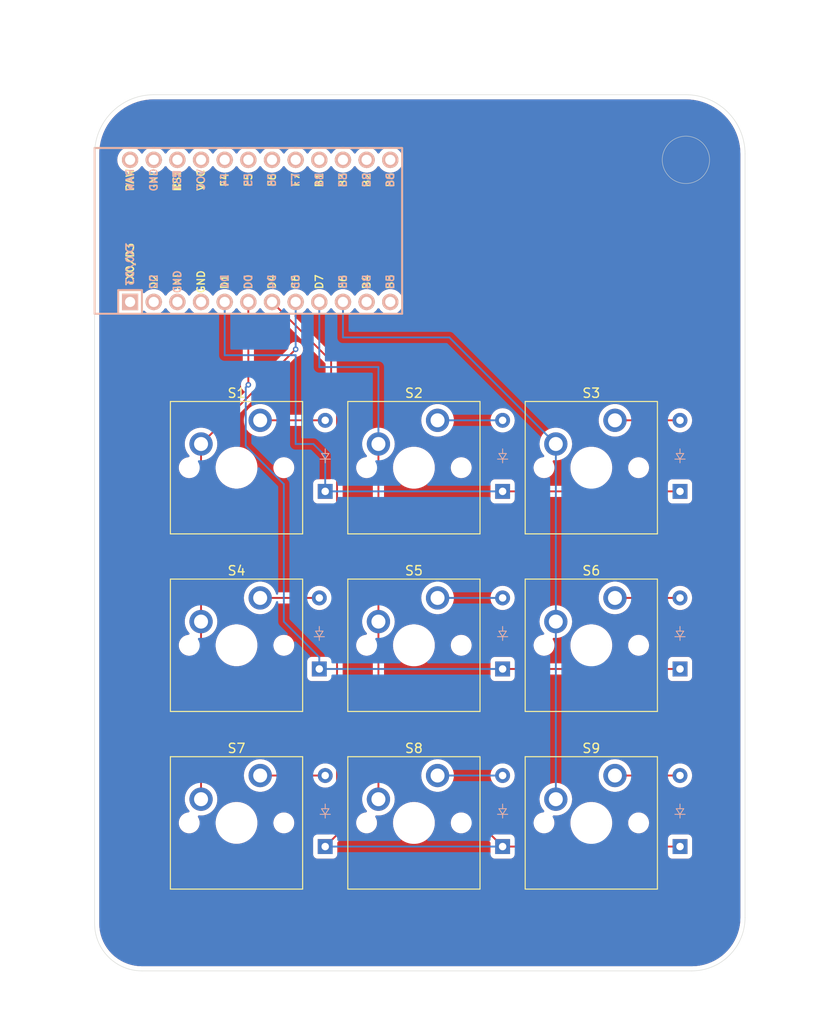
<source format=kicad_pcb>
(kicad_pcb (version 20240108) (generator "pcbnew") (generator_version "8.0")
  (layers (0 "F.Cu" signal) (31 "B.Cu" signal) (34 "B.Paste" user) (35 "F.Paste" user) (36 "B.SilkS" user "B.Silkscreen") (37 "F.SilkS" user "F.Silkscreen") (38 "B.Mask" user) (39 "F.Mask" user) (44 "Edge.Cuts" user))
  (net 0 "")
  (net 1 "Net-(D1-A)")
  (net 2 "Row 1")
  (net 3 "Net-(D2-A)")
  (net 4 "Net-(D3-A)")
  (net 5 "Row 2")
  (net 6 "Net-(D4-A)")
  (net 7 "Net-(D5-A)")
  (net 8 "Net-(D6-A)")
  (net 9 "Row 3")
  (net 10 "Net-(D7-A)")
  (net 11 "Net-(D8-A)")
  (net 12 "Net-(D9-A)")
  (net 13 "Col 1")
  (net 14 "Col 2")
  (net 15 "Col 3")
  (footprint "ScottoKeebs_MCU:Arduino_Pro_Micro" (layer "F.Cu") (at 119.0625 47.3075 90)
    (property "Reference" "U1" (hide yes))
    (property "Value" "Arduino_Pro_Micro" (hide yes))
    (fp_line (start 8.89 -17.78) (end -8.89 -17.78) (stroke (width 0.2)) (layer "B.SilkS"))
    (fp_line (start -8.89 -17.78) (end -8.89 15.24) (stroke (width 0.2)) (layer "B.SilkS"))
    (fp_line (start -6.35 -15.24) (end -8.89 -15.24) (stroke (width 0.2)) (layer "B.SilkS"))
    (fp_line (start -6.35 -15.24) (end -6.35 -12.7) (stroke (width 0.2)) (layer "B.SilkS"))
    (fp_line (start -6.35 -12.7) (end -8.89 -12.7) (stroke (width 0.2)) (layer "B.SilkS"))
    (fp_line (start 8.89 15.24) (end 8.89 -17.78) (stroke (width 0.2)) (layer "B.SilkS"))
    (fp_line (start -8.89 15.24) (end 8.89 15.24) (stroke (width 0.2)) (layer "B.SilkS"))
    (fp_poly (pts (xy 6.244635 -9.35097) (xy 6.244635 -8.55097) (xy 6.344635 -8.55097) (xy 6.344635 -9.35097)) (stroke (width 0.15)) (fill solid) (layer "B.SilkS"))
    (fp_poly (pts (xy 5.844635 -9.35097) (xy 5.844635 -9.25097) (xy 6.344635 -9.25097) (xy 6.344635 -9.35097)) (stroke (width 0.15)) (fill solid) (layer "B.SilkS"))
    (fp_poly (pts (xy 5.844635 -9.35097) (xy 5.844635 -9.05097) (xy 5.944635 -9.05097) (xy 5.944635 -9.35097)) (stroke (width 0.15)) (fill solid) (layer "B.SilkS"))
    (fp_poly (pts (xy 6.044635 -8.95097) (xy 6.044635 -8.85097) (xy 6.144635 -8.85097) (xy 6.144635 -8.95097)) (stroke (width 0.15)) (fill solid) (layer "B.SilkS"))
    (fp_poly (pts (xy 5.844635 -8.75097) (xy 5.844635 -8.55097) (xy 5.944635 -8.55097) (xy 5.944635 -8.75097)) (stroke (width 0.15)) (fill solid) (layer "B.SilkS"))
    (fp_line (start 8.89 -17.78) (end -8.89 -17.78) (stroke (width 0.2)) (layer "F.SilkS"))
    (fp_line (start -8.89 -17.78) (end -8.89 15.24) (stroke (width 0.2)) (layer "F.SilkS"))
    (fp_line (start -6.35 -15.24) (end -8.89 -15.24) (stroke (width 0.2)) (layer "F.SilkS"))
    (fp_line (start -6.35 -15.24) (end -6.35 -12.7) (stroke (width 0.2)) (layer "F.SilkS"))
    (fp_line (start -6.35 -12.7) (end -8.89 -12.7) (stroke (width 0.2)) (layer "F.SilkS"))
    (fp_line (start 8.89 15.24) (end 8.89 -17.78) (stroke (width 0.2)) (layer "F.SilkS"))
    (fp_line (start -8.89 15.24) (end 8.89 15.24) (stroke (width 0.2)) (layer "F.SilkS"))
    (fp_poly (pts (xy 4.931568 -9.36064) (xy 4.931568 -9.26064) (xy 4.431568 -9.26064) (xy 4.431568 -9.36064)) (stroke (width 0.15)) (fill solid) (layer "F.SilkS"))
    (fp_poly (pts (xy 4.931568 -9.36064) (xy 4.931568 -9.06064) (xy 4.831568 -9.06064) (xy 4.831568 -9.36064)) (stroke (width 0.15)) (fill solid) (layer "F.SilkS"))
    (fp_poly (pts (xy 4.531568 -9.36064) (xy 4.531568 -8.56064) (xy 4.431568 -8.56064) (xy 4.431568 -9.36064)) (stroke (width 0.15)) (fill solid) (layer "F.SilkS"))
    (fp_poly (pts (xy 4.731568 -8.96064) (xy 4.731568 -8.86064) (xy 4.631568 -8.86064) (xy 4.631568 -8.96064)) (stroke (width 0.15)) (fill solid) (layer "F.SilkS"))
    (fp_poly (pts (xy 4.931568 -8.76064) (xy 4.931568 -8.56064) (xy 4.831568 -8.56064) (xy 4.831568 -8.76064)) (stroke (width 0.15)) (fill solid) (layer "F.SilkS"))
    (fp_text user "D2" (at -5.461 -11.43 90) (layer "B.SilkS") (effects (font (size 0.8 0.8)) (justify mirror)))
    (fp_text user "F7" (at 5.461 3.81 90) (layer "B.SilkS") (effects (font (size 0.8 0.8)) (justify mirror)))
    (fp_text user "D0" (at -5.461 -1.27 90) (layer "B.SilkS") (effects (font (size 0.8 0.8)) (justify mirror)))
    (fp_text user "D1" (at -5.461 -3.81 90) (layer "B.SilkS") (effects (font (size 0.8 0.8)) (justify mirror)))
    (fp_text user "RAW" (at 5.461 -13.97 90) (layer "B.SilkS") (effects (font (size 0.8 0.8)) (justify mirror)))
    (fp_text user "GND" (at 5.461 -11.43 90) (layer "B.SilkS") (effects (font (size 0.8 0.8)) (justify mirror)))
    (fp_text user "TX0/D3" (at -3.571872 -13.97 90) (layer "B.SilkS") (effects (font (size 0.8 0.8)) (justify mirror)))
    (fp_text user "F4" (at 5.461 -3.81 90) (layer "B.SilkS") (effects (font (size 0.8 0.8)) (justify mirror)))
    (fp_text user "B3" (at 5.461 8.89 90) (layer "B.SilkS") (effects (font (size 0.8 0.8)) (justify mirror)))
    (fp_text user "B2" (at 5.461 11.43 90) (layer "B.SilkS") (effects (font (size 0.8 0.8)) (justify mirror)))
    (fp_text user "GND" (at -5.461 -8.89 90) (layer "B.SilkS") (effects (font (size 0.8 0.8)) (justify mirror)))
    (fp_text user "B4" (at -5.461 11.43 90) (layer "B.SilkS") (effects (font (size 0.8 0.8)) (justify mirror)))
    (fp_text user "B1" (at 5.461 6.35 90) (layer "B.SilkS") (effects (font (size 0.8 0.8)) (justify mirror)))
    (fp_text user "B5" (at -5.461 13.97 90) (layer "B.SilkS") (effects (font (size 0.8 0.8)) (justify mirror)))
    (fp_text user "F5" (at 5.461 -1.27 90) (layer "B.SilkS") (effects (font (size 0.8 0.8)) (justify mirror)))
    (fp_text user "D4" (at -5.461 1.27 90) (layer "B.SilkS") (effects (font (size 0.8 0.8)) (justify mirror)))
    (fp_text user "C6" (at -5.461 3.81 90) (layer "B.SilkS") (effects (font (size 0.8 0.8)) (justify mirror)))
    (fp_text user "E6" (at -5.461 8.89 90) (layer "B.SilkS") (effects (font (size 0.8 0.8)) (justify mirror)))
    (fp_text user "ST" (at 5.04 -8.91 90) (layer "B.SilkS") (effects (font (size 0.8 0.8)) (justify mirror)))
    (fp_text user "VCC" (at 5.461 -6.35 90) (layer "B.SilkS") (effects (font (size 0.8 0.8)) (justify mirror)))
    (fp_text user "B6" (at 5.461 13.97 90) (layer "B.SilkS") (effects (font (size 0.8 0.8)) (justify mirror)))
    (fp_text user "F6" (at 5.461 1.27 90) (layer "B.SilkS") (effects (font (size 0.8 0.8)) (justify mirror)))
    (fp_text user "F4" (at 5.461 -3.81 90) (layer "F.SilkS") (effects (font (size 0.8 0.8))))
    (fp_text user "F5" (at 5.461 -1.27 90) (layer "F.SilkS") (effects (font (size 0.8 0.8))))
    (fp_text user "D7" (at -5.461 6.35 90) (layer "F.SilkS") (effects (font (size 0.8 0.8))))
    (fp_text user "F6" (at 5.461 1.27 90) (layer "F.SilkS") (effects (font (size 0.8 0.8))))
    (fp_text user "D1" (at -5.461 -3.81 90) (layer "F.SilkS") (effects (font (size 0.8 0.8))))
    (fp_text user "VCC" (at 5.461 -6.35 90) (layer "F.SilkS") (effects (font (size 0.8 0.8))))
    (fp_text user "B2" (at 5.461 11.43 90) (layer "F.SilkS") (effects (font (size 0.8 0.8))))
    (fp_text user "E6" (at -5.461 8.89 90) (layer "F.SilkS") (effects (font (size 0.8 0.8))))
    (fp_text user "B3" (at 5.461 8.89 90) (layer "F.SilkS") (effects (font (size 0.8 0.8))))
    (fp_text user "B1" (at 5.461 6.35 90) (layer "F.SilkS") (effects (font (size 0.8 0.8))))
    (fp_text user "ST" (at 5.73312 -8.92 90) (layer "F.SilkS") (effects (font (size 0.8 0.8))))
    (fp_text user "TX0/D3" (at -3.571872 -13.97 90) (layer "F.SilkS") (effects (font (size 0.8 0.8))))
    (fp_text user "GND" (at -5.461 -6.35 90) (layer "F.SilkS") (effects (font (size 0.8 0.8))))
    (fp_text user "GND" (at -5.461 -8.89 90) (layer "F.SilkS") (effects (font (size 0.8 0.8))))
    (fp_text user "D4" (at -5.461 1.27 90) (layer "F.SilkS") (effects (font (size 0.8 0.8))))
    (fp_text user "B6" (at 5.461 13.97 90) (layer "F.SilkS") (effects (font (size 0.8 0.8))))
    (fp_text user "D0" (at -5.461 -1.27 90) (layer "F.SilkS") (effects (font (size 0.8 0.8))))
    (fp_text user "B4" (at -5.461 11.43 90) (layer "F.SilkS") (effects (font (size 0.8 0.8))))
    (fp_text user "C6" (at -5.461 3.81 90) (layer "F.SilkS") (effects (font (size 0.8 0.8))))
    (fp_text user "B5" (at -5.461 13.97 90) (layer "F.SilkS") (effects (font (size 0.8 0.8))))
    (fp_text user "GND" (at 5.461 -11.43 90) (layer "F.SilkS") (effects (font (size 0.8 0.8))))
    (fp_text user "D2" (at -5.461 -11.43 90) (layer "F.SilkS") (effects (font (size 0.8 0.8))))
    (fp_text user "F7" (at 5.461 3.81 90) (layer "F.SilkS") (effects (font (size 0.8 0.8))))
    (fp_text user "RAW" (at 5.461 -13.97 90) (layer "F.SilkS") (effects (font (size 0.8 0.8))))
    (pad "1" thru_hole rect (at -7.62 -13.97) (size 1.7526 1.7526) (drill 1.0922) (layers "*.Cu" "*.SilkS" "*.Mask"))
    (pad "2" thru_hole circle (at -7.62 -11.43) (size 1.7526 1.7526) (drill 1.0922) (layers "*.Cu" "*.SilkS" "*.Mask"))
    (pad "3" thru_hole circle (at -7.62 -8.89) (size 1.7526 1.7526) (drill 1.0922) (layers "*.Cu" "*.SilkS" "*.Mask"))
    (pad "4" thru_hole circle (at -7.62 -6.35) (size 1.7526 1.7526) (drill 1.0922) (layers "*.Cu" "*.SilkS" "*.Mask"))
    (pad "5" thru_hole circle (at -7.62 -3.81) (size 1.7526 1.7526) (drill 1.0922) (layers "*.Cu" "*.SilkS" "*.Mask") (net 2 "Row 1"))
    (pad "6" thru_hole circle (at -7.62 -1.27) (size 1.7526 1.7526) (drill 1.0922) (layers "*.Cu" "*.SilkS" "*.Mask") (net 5 "Row 2"))
    (pad "7" thru_hole circle (at -7.62 1.27) (size 1.7526 1.7526) (drill 1.0922) (layers "*.Cu" "*.SilkS" "*.Mask") (net 9 "Row 3"))
    (pad "8" thru_hole circle (at -7.62 3.81) (size 1.7526 1.7526) (drill 1.0922) (layers "*.Cu" "*.SilkS" "*.Mask") (net 13 "Col 1"))
    (pad "9" thru_hole circle (at -7.62 6.35) (size 1.7526 1.7526) (drill 1.0922) (layers "*.Cu" "*.SilkS" "*.Mask") (net 14 "Col 2"))
    (pad "10" thru_hole circle (at -7.62 8.89) (size 1.7526 1.7526) (drill 1.0922) (layers "*.Cu" "*.SilkS" "*.Mask") (net 15 "Col 3"))
    (pad "11" thru_hole circle (at -7.62 11.43) (size 1.7526 1.7526) (drill 1.0922) (layers "*.Cu" "*.SilkS" "*.Mask"))
    (pad "12" thru_hole circle (at -7.62 13.97) (size 1.7526 1.7526) (drill 1.0922) (layers "*.Cu" "*.SilkS" "*.Mask"))
    (pad "13" thru_hole circle (at 7.62 13.97) (size 1.7526 1.7526) (drill 1.0922) (layers "*.Cu" "*.SilkS" "*.Mask"))
    (pad "14" thru_hole circle (at 7.62 11.43) (size 1.7526 1.7526) (drill 1.0922) (layers "*.Cu" "*.SilkS" "*.Mask"))
    (pad "15" thru_hole circle (at 7.62 8.89) (size 1.7526 1.7526) (drill 1.0922) (layers "*.Cu" "*.SilkS" "*.Mask"))
    (pad "16" thru_hole circle (at 7.62 6.35) (size 1.7526 1.7526) (drill 1.0922) (layers "*.Cu" "*.SilkS" "*.Mask"))
    (pad "17" thru_hole circle (at 7.62 3.81) (size 1.7526 1.7526) (drill 1.0922) (layers "*.Cu" "*.SilkS" "*.Mask"))
    (pad "18" thru_hole circle (at 7.62 1.27) (size 1.7526 1.7526) (drill 1.0922) (layers "*.Cu" "*.SilkS" "*.Mask"))
    (pad "19" thru_hole circle (at 7.62 -1.27) (size 1.7526 1.7526) (drill 1.0922) (layers "*.Cu" "*.SilkS" "*.Mask"))
    (pad "20" thru_hole circle (at 7.62 -3.81) (size 1.7526 1.7526) (drill 1.0922) (layers "*.Cu" "*.SilkS" "*.Mask"))
    (pad "21" thru_hole circle (at 7.62 -6.35) (size 1.7526 1.7526) (drill 1.0922) (layers "*.Cu" "*.SilkS" "*.Mask"))
    (pad "22" thru_hole circle (at 7.62 -8.89) (size 1.7526 1.7526) (drill 1.0922) (layers "*.Cu" "*.SilkS" "*.Mask"))
    (pad "23" thru_hole circle (at 7.62 -11.43) (size 1.7526 1.7526) (drill 1.0922) (layers "*.Cu" "*.SilkS" "*.Mask"))
    (pad "24" thru_hole circle (at 7.62 -13.97) (size 1.7526 1.7526) (drill 1.0922) (layers "*.Cu" "*.SilkS" "*.Mask"))
  )
  (footprint "ScottoKeebs_MX:MX_PCB_1.00u" (layer "F.Cu") (at 135.5725 91.7575)
    (property "Reference" "S5" (at 0 -8 0) (layer "F.SilkS"))
    (property "Value" "Keyswitch")
    (fp_line (start -7.1 -7.1) (end -7.1 7.1) (stroke (width 0.12)) (layer "F.SilkS"))
    (fp_line (start -7.1 7.1) (end 7.1 7.1) (stroke (width 0.12)) (layer "F.SilkS"))
    (fp_line (start 7.1 -7.1) (end -7.1 -7.1) (stroke (width 0.12)) (layer "F.SilkS"))
    (fp_line (start 7.1 7.1) (end 7.1 -7.1) (stroke (width 0.12)) (layer "F.SilkS"))
    (pad "" np_thru_hole circle (at -5.08 0) (size 1.75 1.75) (drill 1.75) (layers "*.Cu" "*.Mask"))
    (pad "" np_thru_hole circle (at 0 0) (size 4 4) (drill 4) (layers "*.Cu" "*.Mask"))
    (pad "" np_thru_hole circle (at 5.08 0) (size 1.75 1.75) (drill 1.75) (layers "*.Cu" "*.Mask"))
    (pad "1" thru_hole circle (at -3.81 -2.54) (size 2.5 2.5) (drill 1.5) (layers "*.Cu" "*.Mask") (net 14 "Col 2"))
    (pad "2" thru_hole circle (at 2.54 -5.08) (size 2.5 2.5) (drill 1.5) (layers "*.Cu" "*.Mask") (net 7 "Net-(D5-A)"))
  )
  (footprint "ScottoKeebs_MX:MX_PCB_1.00u" (layer "F.Cu") (at 154.6225 110.8075)
    (property "Reference" "S9" (at 0 -8 0) (layer "F.SilkS"))
    (property "Value" "Keyswitch")
    (fp_line (start -7.1 -7.1) (end -7.1 7.1) (stroke (width 0.12)) (layer "F.SilkS"))
    (fp_line (start -7.1 7.1) (end 7.1 7.1) (stroke (width 0.12)) (layer "F.SilkS"))
    (fp_line (start 7.1 -7.1) (end -7.1 -7.1) (stroke (width 0.12)) (layer "F.SilkS"))
    (fp_line (start 7.1 7.1) (end 7.1 -7.1) (stroke (width 0.12)) (layer "F.SilkS"))
    (pad "" np_thru_hole circle (at -5.08 0) (size 1.75 1.75) (drill 1.75) (layers "*.Cu" "*.Mask"))
    (pad "" np_thru_hole circle (at 0 0) (size 4 4) (drill 4) (layers "*.Cu" "*.Mask"))
    (pad "" np_thru_hole circle (at 5.08 0) (size 1.75 1.75) (drill 1.75) (layers "*.Cu" "*.Mask"))
    (pad "1" thru_hole circle (at -3.81 -2.54) (size 2.5 2.5) (drill 1.5) (layers "*.Cu" "*.Mask") (net 15 "Col 3"))
    (pad "2" thru_hole circle (at 2.54 -5.08) (size 2.5 2.5) (drill 1.5) (layers "*.Cu" "*.Mask") (net 12 "Net-(D9-A)"))
  )
  (footprint "ScottoKeebs_MX:MX_PCB_1.00u" (layer "F.Cu") (at 116.5225 110.8075)
    (property "Reference" "S7" (at 0 -8 0) (layer "F.SilkS"))
    (property "Value" "Keyswitch")
    (fp_line (start -7.1 -7.1) (end -7.1 7.1) (stroke (width 0.12)) (layer "F.SilkS"))
    (fp_line (start -7.1 7.1) (end 7.1 7.1) (stroke (width 0.12)) (layer "F.SilkS"))
    (fp_line (start 7.1 -7.1) (end -7.1 -7.1) (stroke (width 0.12)) (layer "F.SilkS"))
    (fp_line (start 7.1 7.1) (end 7.1 -7.1) (stroke (width 0.12)) (layer "F.SilkS"))
    (pad "" np_thru_hole circle (at -5.08 0) (size 1.75 1.75) (drill 1.75) (layers "*.Cu" "*.Mask"))
    (pad "" np_thru_hole circle (at 0 0) (size 4 4) (drill 4) (layers "*.Cu" "*.Mask"))
    (pad "" np_thru_hole circle (at 5.08 0) (size 1.75 1.75) (drill 1.75) (layers "*.Cu" "*.Mask"))
    (pad "1" thru_hole circle (at -3.81 -2.54) (size 2.5 2.5) (drill 1.5) (layers "*.Cu" "*.Mask") (net 13 "Col 1"))
    (pad "2" thru_hole circle (at 2.54 -5.08) (size 2.5 2.5) (drill 1.5) (layers "*.Cu" "*.Mask") (net 10 "Net-(D7-A)"))
  )
  (footprint "ScottoKeebs_MX:MX_PCB_1.00u" (layer "F.Cu") (at 135.5725 72.7075)
    (property "Reference" "S2" (at 0 -8 0) (layer "F.SilkS"))
    (property "Value" "Keyswitch")
    (fp_line (start -7.1 -7.1) (end -7.1 7.1) (stroke (width 0.12)) (layer "F.SilkS"))
    (fp_line (start -7.1 7.1) (end 7.1 7.1) (stroke (width 0.12)) (layer "F.SilkS"))
    (fp_line (start 7.1 -7.1) (end -7.1 -7.1) (stroke (width 0.12)) (layer "F.SilkS"))
    (fp_line (start 7.1 7.1) (end 7.1 -7.1) (stroke (width 0.12)) (layer "F.SilkS"))
    (pad "" np_thru_hole circle (at -5.08 0) (size 1.75 1.75) (drill 1.75) (layers "*.Cu" "*.Mask"))
    (pad "" np_thru_hole circle (at 0 0) (size 4 4) (drill 4) (layers "*.Cu" "*.Mask"))
    (pad "" np_thru_hole circle (at 5.08 0) (size 1.75 1.75) (drill 1.75) (layers "*.Cu" "*.Mask"))
    (pad "1" thru_hole circle (at -3.81 -2.54) (size 2.5 2.5) (drill 1.5) (layers "*.Cu" "*.Mask") (net 14 "Col 2"))
    (pad "2" thru_hole circle (at 2.54 -5.08) (size 2.5 2.5) (drill 1.5) (layers "*.Cu" "*.Mask") (net 3 "Net-(D2-A)"))
  )
  (footprint "ScottoKeebs_MX:MX_PCB_1.00u" (layer "F.Cu") (at 116.5225 72.7075)
    (property "Reference" "S1" (at 0 -8 0) (layer "F.SilkS"))
    (property "Value" "Keyswitch")
    (fp_line (start -7.1 -7.1) (end -7.1 7.1) (stroke (width 0.12)) (layer "F.SilkS"))
    (fp_line (start -7.1 7.1) (end 7.1 7.1) (stroke (width 0.12)) (layer "F.SilkS"))
    (fp_line (start 7.1 -7.1) (end -7.1 -7.1) (stroke (width 0.12)) (layer "F.SilkS"))
    (fp_line (start 7.1 7.1) (end 7.1 -7.1) (stroke (width 0.12)) (layer "F.SilkS"))
    (pad "" np_thru_hole circle (at -5.08 0) (size 1.75 1.75) (drill 1.75) (layers "*.Cu" "*.Mask"))
    (pad "" np_thru_hole circle (at 0 0) (size 4 4) (drill 4) (layers "*.Cu" "*.Mask"))
    (pad "" np_thru_hole circle (at 5.08 0) (size 1.75 1.75) (drill 1.75) (layers "*.Cu" "*.Mask"))
    (pad "1" thru_hole circle (at -3.81 -2.54) (size 2.5 2.5) (drill 1.5) (layers "*.Cu" "*.Mask") (net 13 "Col 1"))
    (pad "2" thru_hole circle (at 2.54 -5.08) (size 2.5 2.5) (drill 1.5) (layers "*.Cu" "*.Mask") (net 1 "Net-(D1-A)"))
  )
  (footprint "ScottoKeebs_MX:MX_PCB_1.00u" (layer "F.Cu") (at 154.6225 72.7075)
    (property "Reference" "S3" (at 0 -8 0) (layer "F.SilkS"))
    (property "Value" "Keyswitch")
    (fp_line (start -7.1 -7.1) (end -7.1 7.1) (stroke (width 0.12)) (layer "F.SilkS"))
    (fp_line (start -7.1 7.1) (end 7.1 7.1) (stroke (width 0.12)) (layer "F.SilkS"))
    (fp_line (start 7.1 -7.1) (end -7.1 -7.1) (stroke (width 0.12)) (layer "F.SilkS"))
    (fp_line (start 7.1 7.1) (end 7.1 -7.1) (stroke (width 0.12)) (layer "F.SilkS"))
    (pad "" np_thru_hole circle (at -5.08 0) (size 1.75 1.75) (drill 1.75) (layers "*.Cu" "*.Mask"))
    (pad "" np_thru_hole circle (at 0 0) (size 4 4) (drill 4) (layers "*.Cu" "*.Mask"))
    (pad "" np_thru_hole circle (at 5.08 0) (size 1.75 1.75) (drill 1.75) (layers "*.Cu" "*.Mask"))
    (pad "1" thru_hole circle (at -3.81 -2.54) (size 2.5 2.5) (drill 1.5) (layers "*.Cu" "*.Mask") (net 15 "Col 3"))
    (pad "2" thru_hole circle (at 2.54 -5.08) (size 2.5 2.5) (drill 1.5) (layers "*.Cu" "*.Mask") (net 4 "Net-(D3-A)"))
  )
  (footprint "ScottoKeebs_MX:MX_PCB_1.00u" (layer "F.Cu") (at 116.5225 91.7575)
    (property "Reference" "S4" (at 0 -8 0) (layer "F.SilkS"))
    (property "Value" "Keyswitch")
    (fp_line (start -7.1 -7.1) (end -7.1 7.1) (stroke (width 0.12)) (layer "F.SilkS"))
    (fp_line (start -7.1 7.1) (end 7.1 7.1) (stroke (width 0.12)) (layer "F.SilkS"))
    (fp_line (start 7.1 -7.1) (end -7.1 -7.1) (stroke (width 0.12)) (layer "F.SilkS"))
    (fp_line (start 7.1 7.1) (end 7.1 -7.1) (stroke (width 0.12)) (layer "F.SilkS"))
    (pad "" np_thru_hole circle (at -5.08 0) (size 1.75 1.75) (drill 1.75) (layers "*.Cu" "*.Mask"))
    (pad "" np_thru_hole circle (at 0 0) (size 4 4) (drill 4) (layers "*.Cu" "*.Mask"))
    (pad "" np_thru_hole circle (at 5.08 0) (size 1.75 1.75) (drill 1.75) (layers "*.Cu" "*.Mask"))
    (pad "1" thru_hole circle (at -3.81 -2.54) (size 2.5 2.5) (drill 1.5) (layers "*.Cu" "*.Mask") (net 13 "Col 1"))
    (pad "2" thru_hole circle (at 2.54 -5.08) (size 2.5 2.5) (drill 1.5) (layers "*.Cu" "*.Mask") (net 6 "Net-(D4-A)"))
  )
  (footprint "ScottoKeebs_MX:MX_PCB_1.00u" (layer "F.Cu") (at 154.6225 91.7575)
    (property "Reference" "S6" (at 0 -8 0) (layer "F.SilkS"))
    (property "Value" "Keyswitch")
    (fp_line (start -7.1 -7.1) (end -7.1 7.1) (stroke (width 0.12)) (layer "F.SilkS"))
    (fp_line (start -7.1 7.1) (end 7.1 7.1) (stroke (width 0.12)) (layer "F.SilkS"))
    (fp_line (start 7.1 -7.1) (end -7.1 -7.1) (stroke (width 0.12)) (layer "F.SilkS"))
    (fp_line (start 7.1 7.1) (end 7.1 -7.1) (stroke (width 0.12)) (layer "F.SilkS"))
    (pad "" np_thru_hole circle (at -5.08 0) (size 1.75 1.75) (drill 1.75) (layers "*.Cu" "*.Mask"))
    (pad "" np_thru_hole circle (at 0 0) (size 4 4) (drill 4) (layers "*.Cu" "*.Mask"))
    (pad "" np_thru_hole circle (at 5.08 0) (size 1.75 1.75) (drill 1.75) (layers "*.Cu" "*.Mask"))
    (pad "1" thru_hole circle (at -3.81 -2.54) (size 2.5 2.5) (drill 1.5) (layers "*.Cu" "*.Mask") (net 15 "Col 3"))
    (pad "2" thru_hole circle (at 2.54 -5.08) (size 2.5 2.5) (drill 1.5) (layers "*.Cu" "*.Mask") (net 8 "Net-(D6-A)"))
  )
  (footprint "ScottoKeebs_MX:MX_PCB_1.00u" (layer "F.Cu") (at 135.5725 110.8075)
    (property "Reference" "S8" (at 0 -8 0) (layer "F.SilkS"))
    (property "Value" "Keyswitch")
    (fp_line (start -7.1 -7.1) (end -7.1 7.1) (stroke (width 0.12)) (layer "F.SilkS"))
    (fp_line (start -7.1 7.1) (end 7.1 7.1) (stroke (width 0.12)) (layer "F.SilkS"))
    (fp_line (start 7.1 -7.1) (end -7.1 -7.1) (stroke (width 0.12)) (layer "F.SilkS"))
    (fp_line (start 7.1 7.1) (end 7.1 -7.1) (stroke (width 0.12)) (layer "F.SilkS"))
    (pad "" np_thru_hole circle (at -5.08 0) (size 1.75 1.75) (drill 1.75) (layers "*.Cu" "*.Mask"))
    (pad "" np_thru_hole circle (at 0 0) (size 4 4) (drill 4) (layers "*.Cu" "*.Mask"))
    (pad "" np_thru_hole circle (at 5.08 0) (size 1.75 1.75) (drill 1.75) (layers "*.Cu" "*.Mask"))
    (pad "1" thru_hole circle (at -3.81 -2.54) (size 2.5 2.5) (drill 1.5) (layers "*.Cu" "*.Mask") (net 14 "Col 2"))
    (pad "2" thru_hole circle (at 2.54 -5.08) (size 2.5 2.5) (drill 1.5) (layers "*.Cu" "*.Mask") (net 11 "Net-(D8-A)"))
  )
  (footprint "ScottoKeebs_Components:Diode_DO-35" (layer "B.Cu") (at 125.4125 94.2975 90)
    (property "Reference" "D4" (hide yes))
    (property "Value" "Diode" (hide yes))
    (fp_line (start 3.46 -0.55) (end 3.46 0.55) (stroke (width 0.1)) (layer "B.SilkS"))
    (fp_line (start 4.06 -0.4) (end 4.06 0.4) (stroke (width 0.1)) (layer "B.SilkS"))
    (fp_line (start 4.56 0) (end 4.06 0) (stroke (width 0.1)) (layer "B.SilkS"))
    (fp_line (start 3.46 0) (end 4.06 -0.4) (stroke (width 0.1)) (layer "B.SilkS"))
    (fp_line (start 3.46 0) (end 3.06 0) (stroke (width 0.1)) (layer "B.SilkS"))
    (fp_line (start 4.06 0.4) (end 3.46 0) (stroke (width 0.1)) (layer "B.SilkS"))
    (pad "1" thru_hole rect (at 0 0 90) (size 1.6 1.6) (drill 0.8) (layers "*.Cu" "*.Mask") (net 5 "Row 2"))
    (pad "2" thru_hole oval (at 7.62 0 90) (size 1.6 1.6) (drill 0.8) (layers "*.Cu" "*.Mask") (net 6 "Net-(D4-A)"))
  )
  (footprint "ScottoKeebs_Components:Diode_DO-35" (layer "B.Cu") (at 145.0975 94.2975 90)
    (property "Reference" "D5" (hide yes))
    (property "Value" "Diode" (hide yes))
    (fp_line (start 3.46 -0.55) (end 3.46 0.55) (stroke (width 0.1)) (layer "B.SilkS"))
    (fp_line (start 4.06 -0.4) (end 4.06 0.4) (stroke (width 0.1)) (layer "B.SilkS"))
    (fp_line (start 4.56 0) (end 4.06 0) (stroke (width 0.1)) (layer "B.SilkS"))
    (fp_line (start 3.46 0) (end 4.06 -0.4) (stroke (width 0.1)) (layer "B.SilkS"))
    (fp_line (start 3.46 0) (end 3.06 0) (stroke (width 0.1)) (layer "B.SilkS"))
    (fp_line (start 4.06 0.4) (end 3.46 0) (stroke (width 0.1)) (layer "B.SilkS"))
    (pad "1" thru_hole rect (at 0 0 90) (size 1.6 1.6) (drill 0.8) (layers "*.Cu" "*.Mask") (net 5 "Row 2"))
    (pad "2" thru_hole oval (at 7.62 0 90) (size 1.6 1.6) (drill 0.8) (layers "*.Cu" "*.Mask") (net 7 "Net-(D5-A)"))
  )
  (footprint "ScottoKeebs_Components:Diode_DO-35" (layer "B.Cu") (at 164.1475 113.3475 90)
    (property "Reference" "D9" (hide yes))
    (property "Value" "Diode" (hide yes))
    (fp_line (start 3.46 -0.55) (end 3.46 0.55) (stroke (width 0.1)) (layer "B.SilkS"))
    (fp_line (start 4.06 -0.4) (end 4.06 0.4) (stroke (width 0.1)) (layer "B.SilkS"))
    (fp_line (start 4.56 0) (end 4.06 0) (stroke (width 0.1)) (layer "B.SilkS"))
    (fp_line (start 3.46 0) (end 4.06 -0.4) (stroke (width 0.1)) (layer "B.SilkS"))
    (fp_line (start 3.46 0) (end 3.06 0) (stroke (width 0.1)) (layer "B.SilkS"))
    (fp_line (start 4.06 0.4) (end 3.46 0) (stroke (width 0.1)) (layer "B.SilkS"))
    (pad "1" thru_hole rect (at 0 0 90) (size 1.6 1.6) (drill 0.8) (layers "*.Cu" "*.Mask") (net 9 "Row 3"))
    (pad "2" thru_hole oval (at 7.62 0 90) (size 1.6 1.6) (drill 0.8) (layers "*.Cu" "*.Mask") (net 12 "Net-(D9-A)"))
  )
  (footprint "ScottoKeebs_Components:Diode_DO-35" (layer "B.Cu") (at 126.0475 75.2475 90)
    (property "Reference" "D1" (hide yes))
    (property "Value" "Diode" (hide yes))
    (fp_line (start 3.46 -0.55) (end 3.46 0.55) (stroke (width 0.1)) (layer "B.SilkS"))
    (fp_line (start 4.06 -0.4) (end 4.06 0.4) (stroke (width 0.1)) (layer "B.SilkS"))
    (fp_line (start 4.56 0) (end 4.06 0) (stroke (width 0.1)) (layer "B.SilkS"))
    (fp_line (start 3.46 0) (end 4.06 -0.4) (stroke (width 0.1)) (layer "B.SilkS"))
    (fp_line (start 3.46 0) (end 3.06 0) (stroke (width 0.1)) (layer "B.SilkS"))
    (fp_line (start 4.06 0.4) (end 3.46 0) (stroke (width 0.1)) (layer "B.SilkS"))
    (pad "1" thru_hole rect (at 0 0 90) (size 1.6 1.6) (drill 0.8) (layers "*.Cu" "*.Mask") (net 2 "Row 1"))
    (pad "2" thru_hole oval (at 7.62 0 90) (size 1.6 1.6) (drill 0.8) (layers "*.Cu" "*.Mask") (net 1 "Net-(D1-A)"))
  )
  (footprint "ScottoKeebs_Components:Diode_DO-35" (layer "B.Cu") (at 164.1475 94.2975 90)
    (property "Reference" "D6" (hide yes))
    (property "Value" "Diode" (hide yes))
    (fp_line (start 3.46 -0.55) (end 3.46 0.55) (stroke (width 0.1)) (layer "B.SilkS"))
    (fp_line (start 4.06 -0.4) (end 4.06 0.4) (stroke (width 0.1)) (layer "B.SilkS"))
    (fp_line (start 4.56 0) (end 4.06 0) (stroke (width 0.1)) (layer "B.SilkS"))
    (fp_line (start 3.46 0) (end 4.06 -0.4) (stroke (width 0.1)) (layer "B.SilkS"))
    (fp_line (start 3.46 0) (end 3.06 0) (stroke (width 0.1)) (layer "B.SilkS"))
    (fp_line (start 4.06 0.4) (end 3.46 0) (stroke (width 0.1)) (layer "B.SilkS"))
    (pad "1" thru_hole rect (at 0 0 90) (size 1.6 1.6) (drill 0.8) (layers "*.Cu" "*.Mask") (net 5 "Row 2"))
    (pad "2" thru_hole oval (at 7.62 0 90) (size 1.6 1.6) (drill 0.8) (layers "*.Cu" "*.Mask") (net 8 "Net-(D6-A)"))
  )
  (footprint "ScottoKeebs_Components:Diode_DO-35" (layer "B.Cu") (at 126.0475 113.3475 90)
    (property "Reference" "D7" (hide yes))
    (property "Value" "Diode" (hide yes))
    (fp_line (start 3.46 -0.55) (end 3.46 0.55) (stroke (width 0.1)) (layer "B.SilkS"))
    (fp_line (start 4.06 -0.4) (end 4.06 0.4) (stroke (width 0.1)) (layer "B.SilkS"))
    (fp_line (start 4.56 0) (end 4.06 0) (stroke (width 0.1)) (layer "B.SilkS"))
    (fp_line (start 3.46 0) (end 4.06 -0.4) (stroke (width 0.1)) (layer "B.SilkS"))
    (fp_line (start 3.46 0) (end 3.06 0) (stroke (width 0.1)) (layer "B.SilkS"))
    (fp_line (start 4.06 0.4) (end 3.46 0) (stroke (width 0.1)) (layer "B.SilkS"))
    (pad "1" thru_hole rect (at 0 0 90) (size 1.6 1.6) (drill 0.8) (layers "*.Cu" "*.Mask") (net 9 "Row 3"))
    (pad "2" thru_hole oval (at 7.62 0 90) (size 1.6 1.6) (drill 0.8) (layers "*.Cu" "*.Mask") (net 10 "Net-(D7-A)"))
  )
  (footprint "ScottoKeebs_Components:Diode_DO-35" (layer "B.Cu") (at 145.0975 113.3475 90)
    (property "Reference" "D8" (hide yes))
    (property "Value" "Diode" (hide yes))
    (fp_line (start 3.46 -0.55) (end 3.46 0.55) (stroke (width 0.1)) (layer "B.SilkS"))
    (fp_line (start 4.06 -0.4) (end 4.06 0.4) (stroke (width 0.1)) (layer "B.SilkS"))
    (fp_line (start 4.56 0) (end 4.06 0) (stroke (width 0.1)) (layer "B.SilkS"))
    (fp_line (start 3.46 0) (end 4.06 -0.4) (stroke (width 0.1)) (layer "B.SilkS"))
    (fp_line (start 3.46 0) (end 3.06 0) (stroke (width 0.1)) (layer "B.SilkS"))
    (fp_line (start 4.06 0.4) (end 3.46 0) (stroke (width 0.1)) (layer "B.SilkS"))
    (pad "1" thru_hole rect (at 0 0 90) (size 1.6 1.6) (drill 0.8) (layers "*.Cu" "*.Mask") (net 9 "Row 3"))
    (pad "2" thru_hole oval (at 7.62 0 90) (size 1.6 1.6) (drill 0.8) (layers "*.Cu" "*.Mask") (net 11 "Net-(D8-A)"))
  )
  (footprint "ScottoKeebs_Components:Diode_DO-35" (layer "B.Cu") (at 145.0975 75.2475 90)
    (property "Reference" "D2" (hide yes))
    (property "Value" "Diode" (hide yes))
    (fp_line (start 3.46 -0.55) (end 3.46 0.55) (stroke (width 0.1)) (layer "B.SilkS"))
    (fp_line (start 4.06 -0.4) (end 4.06 0.4) (stroke (width 0.1)) (layer "B.SilkS"))
    (fp_line (start 4.56 0) (end 4.06 0) (stroke (width 0.1)) (layer "B.SilkS"))
    (fp_line (start 3.46 0) (end 4.06 -0.4) (stroke (width 0.1)) (layer "B.SilkS"))
    (fp_line (start 3.46 0) (end 3.06 0) (stroke (width 0.1)) (layer "B.SilkS"))
    (fp_line (start 4.06 0.4) (end 3.46 0) (stroke (width 0.1)) (layer "B.SilkS"))
    (pad "1" thru_hole rect (at 0 0 90) (size 1.6 1.6) (drill 0.8) (layers "*.Cu" "*.Mask") (net 2 "Row 1"))
    (pad "2" thru_hole oval (at 7.62 0 90) (size 1.6 1.6) (drill 0.8) (layers "*.Cu" "*.Mask") (net 3 "Net-(D2-A)"))
  )
  (footprint "ScottoKeebs_Components:Diode_DO-35" (layer "B.Cu") (at 164.1475 75.2475 90)
    (property "Reference" "D3" (hide yes))
    (property "Value" "Diode" (hide yes))
    (fp_line (start 3.46 -0.55) (end 3.46 0.55) (stroke (width 0.1)) (layer "B.SilkS"))
    (fp_line (start 4.06 -0.4) (end 4.06 0.4) (stroke (width 0.1)) (layer "B.SilkS"))
    (fp_line (start 4.56 0) (end 4.06 0) (stroke (width 0.1)) (layer "B.SilkS"))
    (fp_line (start 3.46 0) (end 4.06 -0.4) (stroke (width 0.1)) (layer "B.SilkS"))
    (fp_line (start 3.46 0) (end 3.06 0) (stroke (width 0.1)) (layer "B.SilkS"))
    (fp_line (start 4.06 0.4) (end 3.46 0) (stroke (width 0.1)) (layer "B.SilkS"))
    (pad "1" thru_hole rect (at 0 0 90) (size 1.6 1.6) (drill 0.8) (layers "*.Cu" "*.Mask") (net 2 "Row 1"))
    (pad "2" thru_hole oval (at 7.62 0 90) (size 1.6 1.6) (drill 0.8) (layers "*.Cu" "*.Mask") (net 4 "Net-(D3-A)"))
  )
  (gr_circle (center 164.7825 39.6875) (end 164.7825 37.1475) (stroke (width 0.05)) (fill none) (layer "Edge.Cuts"))
  (gr_arc (start 171.1325 120.9675) (mid 169.458615 125.008615) (end 165.4175 126.6825) (stroke (width 0.05)) (layer "Edge.Cuts"))
  (gr_line (start 171.1325 120.9675) (end 171.1325 39.0525) (stroke (width 0.05)) (layer "Edge.Cuts"))
  (gr_line (start 106.3625 126.6825) (end 165.4175 126.6825) (stroke (width 0.05)) (layer "Edge.Cuts"))
  (gr_line (start 164.7825 32.7025) (end 107.6325 32.7025) (stroke (width 0.05)) (layer "Edge.Cuts"))
  (gr_arc (start 164.7825 32.7025) (mid 169.272628 34.562372) (end 171.1325 39.0525) (stroke (width 0.05)) (layer "Edge.Cuts"))
  (gr_line (start 101.2825 39.0525) (end 101.2825 121.6025) (stroke (width 0.05)) (layer "Edge.Cuts"))
  (gr_arc (start 106.3625 126.6825) (mid 102.770398 125.194602) (end 101.2825 121.6025) (stroke (width 0.05)) (layer "Edge.Cuts"))
  (gr_arc (start 101.2825 39.0525) (mid 103.142372 34.562372) (end 107.6325 32.7025) (stroke (width 0.05)) (layer "Edge.Cuts"))
  (segment (start 119.0625 67.6275) (end 126.0475 67.6275) (width 0.2) (layer "F.Cu") (net 1))
  (segment (start 164.1475 75.2475) (end 145.0975 75.2475) (width 0.2) (layer "F.Cu") (net 2))
  (segment (start 122.8725 60.6425) (end 115.2525 60.6425) (width 0.2) (layer "B.Cu") (net 2))
  (segment (start 126.0475 71.4375) (end 124.7775 70.1675) (width 0.2) (layer "B.Cu") (net 2))
  (segment (start 126.0475 75.2475) (end 126.0475 71.4375) (width 0.2) (layer "B.Cu") (net 2))
  (segment (start 124.7775 70.1675) (end 122.8725 70.1675) (width 0.2) (layer "B.Cu") (net 2))
  (segment (start 122.8725 70.1675) (end 122.8725 60.6425) (width 0.2) (layer "B.Cu") (net 2))
  (segment (start 145.0975 75.2475) (end 126.0475 75.2475) (width 0.2) (layer "B.Cu") (net 2))
  (segment (start 115.2525 60.6425) (end 115.2525 54.9275) (width 0.2) (layer "B.Cu") (net 2))
  (segment (start 145.0975 67.6275) (end 138.1125 67.6275) (width 0.2) (layer "B.Cu") (net 3))
  (segment (start 157.1625 67.6275) (end 164.1475 67.6275) (width 0.2) (layer "F.Cu") (net 4))
  (segment (start 117.7925 63.8175) (end 117.7925 54.9275) (width 0.2) (layer "F.Cu") (net 5))
  (segment (start 164.1475 94.2975) (end 145.0975 94.2975) (width 0.2) (layer "F.Cu") (net 5))
  (via (at 117.7925 63.8175) (size 0.6) (drill 0.3) (layers "F.Cu" "B.Cu") (net 5))
  (segment (start 145.0975 94.2975) (end 125.4125 94.2975) (width 0.2) (layer "B.Cu") (net 5))
  (segment (start 117.5125 70.374098) (end 117.5125 64.0975) (width 0.2) (layer "B.Cu") (net 5))
  (segment (start 125.4125 94.2975) (end 125.4125 93.0275) (width 0.2) (layer "B.Cu") (net 5))
  (segment (start 121.6025 75.8825) (end 121.6025 74.464098) (width 0.2) (layer "B.Cu") (net 5))
  (segment (start 125.4125 93.0275) (end 121.6025 89.2175) (width 0.2) (layer "B.Cu") (net 5))
  (segment (start 121.6025 89.2175) (end 121.6025 75.8825) (width 0.2) (layer "B.Cu") (net 5))
  (segment (start 117.5125 64.0975) (end 117.7925 63.8175) (width 0.2) (layer "B.Cu") (net 5))
  (segment (start 121.6025 74.464098) (end 117.5125 70.374098) (width 0.2) (layer "B.Cu") (net 5))
  (segment (start 125.4125 86.6775) (end 119.0625 86.6775) (width 0.2) (layer "F.Cu") (net 6))
  (segment (start 145.0975 86.6775) (end 138.1125 86.6775) (width 0.2) (layer "B.Cu") (net 7))
  (segment (start 164.1475 86.6775) (end 157.1625 86.6775) (width 0.2) (layer "F.Cu") (net 8))
  (segment (start 126.6825 64.4525) (end 126.6825 61.2775) (width 0.2) (layer "F.Cu") (net 9))
  (segment (start 127.3175 65.0875) (end 126.6825 64.4525) (width 0.2) (layer "F.Cu") (net 9))
  (segment (start 141.8775 110.1275) (end 145.0975 113.3475) (width 0.2) (layer "F.Cu") (net 9))
  (segment (start 127.3175 112.0775) (end 127.3175 65.0875) (width 0.2) (layer "F.Cu") (net 9))
  (segment (start 164.1475 113.3475) (end 145.0975 113.3475) (width 0.2) (layer "F.Cu") (net 9))
  (segment (start 126.6825 61.2775) (end 120.3325 54.9275) (width 0.2) (layer "F.Cu") (net 9))
  (segment (start 126.0475 113.3475) (end 127.3175 112.0775) (width 0.2) (layer "F.Cu") (net 9))
  (segment (start 145.0975 113.3475) (end 126.0475 113.3475) (width 0.2) (layer "B.Cu") (net 9))
  (segment (start 126.0475 105.7275) (end 119.0625 105.7275) (width 0.2) (layer "F.Cu") (net 10))
  (segment (start 145.0975 105.7275) (end 138.1125 105.7275) (width 0.2) (layer "B.Cu") (net 11))
  (segment (start 164.1475 105.7275) (end 157.1625 105.7275) (width 0.2) (layer "F.Cu") (net 12))
  (segment (start 112.7125 70.1675) (end 112.7125 108.2675) (width 0.2) (layer "F.Cu") (net 13))
  (segment (start 112.7125 70.1675) (end 122.8725 60.0075) (width 0.2) (layer "F.Cu") (net 13))
  (via (at 122.8725 60.0075) (size 0.6) (drill 0.3) (layers "F.Cu" "B.Cu") (net 13))
  (segment (start 122.8725 60.0075) (end 122.8725 54.9275) (width 0.2) (layer "B.Cu") (net 13))
  (segment (start 131.7625 70.1675) (end 131.7625 108.2675) (width 0.2) (layer "F.Cu") (net 14))
  (segment (start 131.7625 61.9125) (end 125.4125 61.9125) (width 0.2) (layer "B.Cu") (net 14))
  (segment (start 131.7625 70.1675) (end 131.7625 61.9125) (width 0.2) (layer "B.Cu") (net 14))
  (segment (start 125.4125 61.9125) (end 125.4125 54.9275) (width 0.2) (layer "B.Cu") (net 14))
  (segment (start 150.8125 70.1675) (end 150.8125 108.2675) (width 0.2) (layer "B.Cu") (net 15))
  (segment (start 127.9525 58.7375) (end 127.9525 54.9275) (width 0.2) (layer "B.Cu") (net 15))
  (segment (start 139.3825 58.7375) (end 127.9525 58.7375) (width 0.2) (layer "B.Cu") (net 15))
  (segment (start 150.8125 70.1675) (end 139.3825 58.7375) (width 0.2) (layer "B.Cu") (net 15))
  (zone (net 0) (net_name "") (layers "F&B.Cu") (connect_pads (clearance 0.5)) (min_thickness 0.25) (fill yes (thermal_gap 0.5) (thermal_bridge_width 0.5) (island_removal_mode 1) (island_area_min 10))
    (polygon (pts (xy 178.7525 26.3525) (xy 93.0275 22.5425) (xy 91.1225 130.4925) (xy 176.8475 132.3975)))
  )
)
</source>
